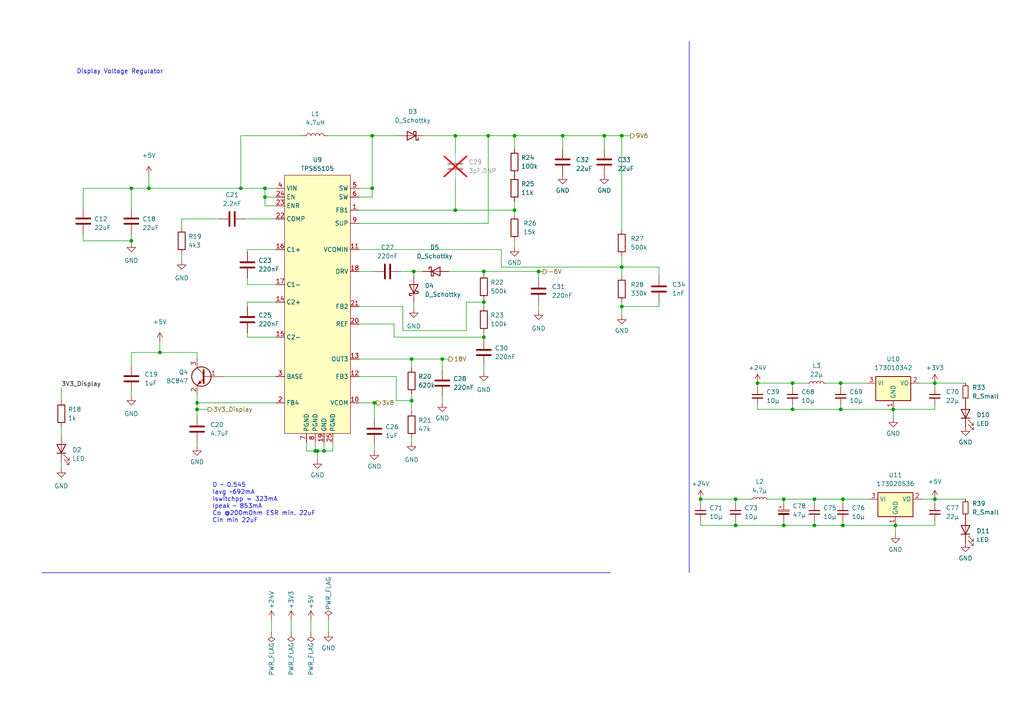
<source format=kicad_sch>
(kicad_sch (version 20231120) (generator "eeschema") (generator_version "8.0")
  (paper "A4")
  (lib_symbols
    (symbol "+5V_1" (power) (pin_numbers hide) (pin_names (offset 0) hide)
      (property "Value" "+5V" (at 0 3.556 0))
      (symbol "+5V_1_0_1"
        (polyline (pts (xy -0.762 1.27) (xy 0 2.54)))
        (polyline (pts (xy 0 0) (xy 0 2.54)))
        (polyline (pts (xy 0 2.54) (xy 0.762 1.27)))
      )
      (symbol "+5V_1_1_1"
        (pin power_in line (at 0 0 90) (length 0) (name "~") (number "1"))
      )
    )
    (symbol "Device:C" (pin_numbers hide) (pin_names (offset 0.254))
      (property "Reference" "C" (at 0.635 2.54 0))
      (property "Value" "C" (at 0.635 -2.54 0))
      (symbol "C_0_1"
        (polyline (pts (xy -2.032 -0.762) (xy 2.032 -0.762)) (stroke (width 0.508)))
        (polyline (pts (xy -2.032 0.762) (xy 2.032 0.762)) (stroke (width 0.508)))
      )
      (symbol "C_1_1"
        (pin passive line (at 0 3.81 270) (length 2.794) (name "~") (number "1"))
        (pin passive line (at 0 -3.81 90) (length 2.794) (name "~") (number "2"))
      )
    )
    (symbol "Device:C_Polarized_Small" (pin_numbers hide) (pin_names (offset 0.254) hide)
      (property "Reference" "C" (at 0.254 1.778 0))
      (property "Value" "C_Polarized_Small" (at 0.254 -2.032 0))
      (symbol "C_Polarized_Small_0_1"
        (rectangle (start -1.524 -0.3048) (end 1.524 -0.6858) (fill (type outline)))
        (rectangle (start -1.524 0.6858) (end 1.524 0.3048))
        (polyline (pts (xy -1.27 1.524) (xy -0.762 1.524)))
        (polyline (pts (xy -1.016 1.27) (xy -1.016 1.778)))
      )
      (symbol "C_Polarized_Small_1_1"
        (pin passive line (at 0 2.54 270) (length 1.8542) (name "~") (number "1"))
        (pin passive line (at 0 -2.54 90) (length 1.8542) (name "~") (number "2"))
      )
    )
    (symbol "Device:C_Small" (pin_numbers hide) (pin_names (offset 0.254) hide)
      (property "Reference" "C" (at 0.254 1.778 0))
      (property "Value" "C_Small" (at 0.254 -2.032 0))
      (symbol "C_Small_0_1"
        (polyline (pts (xy -1.524 -0.508) (xy 1.524 -0.508)) (stroke (width 0.3302)))
        (polyline (pts (xy -1.524 0.508) (xy 1.524 0.508)) (stroke (width 0.3048)))
      )
      (symbol "C_Small_1_1"
        (pin passive line (at 0 2.54 270) (length 2.032) (name "~") (number "1"))
        (pin passive line (at 0 -2.54 90) (length 2.032) (name "~") (number "2"))
      )
    )
    (symbol "Device:D_Schottky" (pin_numbers hide) (pin_names (offset 1.016) hide)
      (property "Reference" "D" (at 0 2.54 0))
      (property "Value" "D_Schottky" (at 0 -2.54 0))
      (symbol "D_Schottky_0_1"
        (polyline (pts (xy 1.27 0) (xy -1.27 0)))
        (polyline (pts (xy 1.27 1.27) (xy 1.27 -1.27) (xy -1.27 0) (xy 1.27 1.27)) (stroke (width 0.254)))
        (polyline (pts (xy -1.905 0.635) (xy -1.905 1.27) (xy -1.27 1.27) (xy -1.27 -1.27) (xy -0.635 -1.27) (xy -0.635 -0.635)) (stroke (width 0.254)))
      )
      (symbol "D_Schottky_1_1"
        (pin passive line (at -3.81 0 0) (length 2.54) (name "K") (number "1"))
        (pin passive line (at 3.81 0 180) (length 2.54) (name "A") (number "2"))
      )
    )
    (symbol "Device:L" (pin_numbers hide) (pin_names (offset 1.016) hide)
      (property "Reference" "L" (at -1.27 0 90))
      (property "Value" "L" (at 1.905 0 90))
      (symbol "L_0_1"
        (arc (start 0 -2.54) (mid 0.6323 -1.905) (end 0 -1.27))
        (arc (start 0 -1.27) (mid 0.6323 -0.635) (end 0 0))
        (arc (start 0 0) (mid 0.6323 0.635) (end 0 1.27))
        (arc (start 0 1.27) (mid 0.6323 1.905) (end 0 2.54))
      )
      (symbol "L_1_1"
        (pin passive line (at 0 3.81 270) (length 1.27) (name "1") (number "1"))
        (pin passive line (at 0 -3.81 90) (length 1.27) (name "2") (number "2"))
      )
    )
    (symbol "Device:LED" (pin_numbers hide) (pin_names (offset 1.016) hide)
      (property "Reference" "D" (at 0 2.54 0))
      (property "Value" "LED" (at 0 -2.54 0))
      (symbol "LED_0_1"
        (polyline (pts (xy -1.27 -1.27) (xy -1.27 1.27)) (stroke (width 0.254)))
        (polyline (pts (xy -1.27 0) (xy 1.27 0)))
        (polyline (pts (xy 1.27 -1.27) (xy 1.27 1.27) (xy -1.27 0) (xy 1.27 -1.27)) (stroke (width 0.254)))
        (polyline (pts (xy -3.048 -0.762) (xy -4.572 -2.286) (xy -3.81 -2.286) (xy -4.572 -2.286) (xy -4.572 -1.524)))
        (polyline (pts (xy -1.778 -0.762) (xy -3.302 -2.286) (xy -2.54 -2.286) (xy -3.302 -2.286) (xy -3.302 -1.524)))
      )
      (symbol "LED_1_1"
        (pin passive line (at -3.81 0 0) (length 2.54) (name "K") (number "1"))
        (pin passive line (at 3.81 0 180) (length 2.54) (name "A") (number "2"))
      )
    )
    (symbol "Device:L_Small" (pin_numbers hide) (pin_names (offset 0.254) hide)
      (property "Reference" "L" (at 0.762 1.016 0))
      (property "Value" "L_Small" (at 0.762 -1.016 0))
      (symbol "L_Small_0_1"
        (arc (start 0 -2.032) (mid 0.5058 -1.524) (end 0 -1.016))
        (arc (start 0 -1.016) (mid 0.5058 -0.508) (end 0 0))
        (arc (start 0 0) (mid 0.5058 0.508) (end 0 1.016))
        (arc (start 0 1.016) (mid 0.5058 1.524) (end 0 2.032))
      )
      (symbol "L_Small_1_1"
        (pin passive line (at 0 2.54 270) (length 0.508) (name "~") (number "1"))
        (pin passive line (at 0 -2.54 90) (length 0.508) (name "~") (number "2"))
      )
    )
    (symbol "Device:R" (pin_numbers hide) (pin_names (offset 0))
      (property "Reference" "R" (at 2.032 0 90))
      (property "Value" "R" (at 0 0 90))
      (symbol "R_0_1"
        (rectangle (start -1.016 -2.54) (end 1.016 2.54) (stroke (width 0.254)))
      )
      (symbol "R_1_1"
        (pin passive line (at 0 3.81 270) (length 1.27) (name "~") (number "1"))
        (pin passive line (at 0 -3.81 90) (length 1.27) (name "~") (number "2"))
      )
    )
    (symbol "Device:R_Small" (pin_numbers hide) (pin_names (offset 0.254) hide)
      (property "Reference" "R" (at 0.762 0.508 0))
      (property "Value" "R_Small" (at 0.762 -1.016 0))
      (symbol "R_Small_0_1"
        (rectangle (start -0.762 1.778) (end 0.762 -1.778) (stroke (width 0.2032)))
      )
      (symbol "R_Small_1_1"
        (pin passive line (at 0 2.54 270) (length 0.762) (name "~") (number "1"))
        (pin passive line (at 0 -2.54 90) (length 0.762) (name "~") (number "2"))
      )
    )
    (symbol "GND_1" (power) (pin_numbers hide) (pin_names (offset 0) hide)
      (property "Value" "GND" (at 0 -3.81 0))
      (symbol "GND_1_0_1"
        (polyline (pts (xy 0 0) (xy 0 -1.27) (xy 1.27 -1.27) (xy 0 -2.54) (xy -1.27 -1.27) (xy 0 -1.27)))
      )
      (symbol "GND_1_1_1"
        (pin power_in line (at 0 0 270) (length 0) (name "~") (number "1"))
      )
    )
    (symbol "Regulator_Linear:LD1117S12TR_SOT223"
      (property "Reference" "U" (at -3.81 3.175 0))
      (property "Value" "LD1117S12TR_SOT223" (at 0 3.175 0))
      (symbol "LD1117S12TR_SOT223_0_1"
        (rectangle (start -5.08 -5.08) (end 5.08 1.905) (stroke (width 0.254)) (fill (type background)))
      )
      (symbol "LD1117S12TR_SOT223_1_1"
        (pin power_in line (at 0 -7.62 90) (length 2.54) (name "GND") (number "1"))
        (pin power_out line (at 7.62 0 180) (length 2.54) (name "VO") (number "2"))
        (pin power_in line (at -7.62 0 0) (length 2.54) (name "VI") (number "3"))
      )
    )
    (symbol "TPS6510x:TPS65105"
      (property "Reference" "U" (at 0 39.37 0))
      (property "Value" "TPS65105" (at 0 41.91 0))
      (symbol "TPS65105_1_1"
        (rectangle (start -10.16 36.83) (end 8.89 -38.1) (fill (type background)))
        (pin input line (at 11.43 26.67 180) (length 2.54) (name "FB1") (number "1"))
        (pin power_out line (at 11.43 -29.21 180) (length 2.54) (name "VCOM") (number "10"))
        (pin input line (at 11.43 15.24 180) (length 2.54) (name "VCOMIN") (number "11"))
        (pin input line (at 11.43 -21.59 180) (length 2.54) (name "FB3") (number "12"))
        (pin power_out line (at 11.43 -16.51 180) (length 2.54) (name "OUT3") (number "13"))
        (pin bidirectional line (at -12.7 0 0) (length 2.54) (name "C2+") (number "14"))
        (pin bidirectional line (at -12.7 -10.16 0) (length 2.54) (name "C2-") (number "15"))
        (pin bidirectional line (at -12.7 15.24 0) (length 2.54) (name "C1+") (number "16"))
        (pin bidirectional line (at -12.7 5.08 0) (length 2.54) (name "C1-") (number "17"))
        (pin power_out line (at 11.43 8.89 180) (length 2.54) (name "DRV") (number "18"))
        (pin input line (at 1.27 -40.64 90) (length 2.54) (name "GND") (number "19"))
        (pin input line (at -12.7 -29.21 0) (length 2.54) (name "FB4") (number "2"))
        (pin input line (at 11.43 -6.35 180) (length 2.54) (name "REF") (number "20"))
        (pin input line (at 11.43 -1.27 180) (length 2.54) (name "FB2") (number "21"))
        (pin output line (at -12.7 24.13 0) (length 2.54) (name "COMP") (number "22"))
        (pin input line (at -12.7 27.94 0) (length 2.54) (name "ENR") (number "23"))
        (pin input line (at -12.7 30.48 0) (length 2.54) (name "EN") (number "24"))
        (pin input line (at 3.81 -40.64 90) (length 2.54) (name "PGND") (number "25"))
        (pin output line (at -12.7 -21.59 0) (length 2.54) (name "BASE") (number "3"))
        (pin power_in line (at -12.7 33.02 0) (length 2.54) (name "VIN") (number "4"))
        (pin input line (at 11.43 33.02 180) (length 2.54) (name "SW") (number "5"))
        (pin input line (at 11.43 30.48 180) (length 2.54) (name "SW") (number "6"))
        (pin input line (at -3.81 -40.64 90) (length 2.54) (name "PGND") (number "7"))
        (pin input line (at -1.27 -40.64 90) (length 2.54) (name "PGND") (number "8"))
        (pin input line (at 11.43 22.86 180) (length 2.54) (name "SUP") (number "9"))
      )
    )
    (symbol "Transistor_BJT:BC847" (pin_names (offset 0) hide)
      (property "Reference" "Q" (at 5.08 1.905 0))
      (property "Value" "BC847" (at 5.08 0 0))
      (symbol "BC847_0_1"
        (polyline (pts (xy 0.635 0.635) (xy 2.54 2.54)))
        (polyline (pts (xy 0.635 -0.635) (xy 2.54 -2.54) (xy 2.54 -2.54)))
        (polyline (pts (xy 0.635 1.905) (xy 0.635 -1.905) (xy 0.635 -1.905)) (stroke (width 0.508)))
        (polyline (pts (xy 1.27 -1.778) (xy 1.778 -1.27) (xy 2.286 -2.286) (xy 1.27 -1.778) (xy 1.27 -1.778)) (fill (type outline)))
        (circle (center 1.27 0) (radius 2.8194) (stroke (width 0.254)))
      )
      (symbol "BC847_1_1"
        (pin input line (at -5.08 0 0) (length 5.715) (name "B") (number "1"))
        (pin passive line (at 2.54 -5.08 90) (length 2.54) (name "E") (number "2"))
        (pin passive line (at 2.54 5.08 270) (length 2.54) (name "C") (number "3"))
      )
    )
    (symbol "power:+24V" (power) (pin_numbers hide) (pin_names (offset 0) hide)
      (property "Value" "+24V" (at 0 3.556 0))
      (symbol "+24V_0_1"
        (polyline (pts (xy -0.762 1.27) (xy 0 2.54)))
        (polyline (pts (xy 0 0) (xy 0 2.54)))
        (polyline (pts (xy 0 2.54) (xy 0.762 1.27)))
      )
      (symbol "+24V_1_1"
        (pin power_in line (at 0 0 90) (length 0) (name "~") (number "1"))
      )
    )
    (symbol "power:+3V3" (power) (pin_numbers hide) (pin_names (offset 0) hide)
      (property "Value" "+3V3" (at 0 3.556 0))
      (symbol "+3V3_0_1"
        (polyline (pts (xy -0.762 1.27) (xy 0 2.54)))
        (polyline (pts (xy 0 0) (xy 0 2.54)))
        (polyline (pts (xy 0 2.54) (xy 0.762 1.27)))
      )
      (symbol "+3V3_1_1"
        (pin power_in line (at 0 0 90) (length 0) (name "~") (number "1"))
      )
    )
    (symbol "power:+5V" (power) (pin_names (offset 0))
      (property "Value" "+5V" (at 0 3.556 0))
      (symbol "+5V_0_1"
        (polyline (pts (xy -0.762 1.27) (xy 0 2.54)))
        (polyline (pts (xy 0 0) (xy 0 2.54)))
        (polyline (pts (xy 0 2.54) (xy 0.762 1.27)))
      )
      (symbol "+5V_1_1"
        (pin power_in line (at 0 0 90) (length 0) hide (name "+5V") (number "1"))
      )
    )
    (symbol "power:GND" (power) (pin_names (offset 0))
      (property "Value" "GND" (at 0 -3.81 0))
      (symbol "GND_0_1"
        (polyline (pts (xy 0 0) (xy 0 -1.27) (xy 1.27 -1.27) (xy 0 -2.54) (xy -1.27 -1.27) (xy 0 -1.27)))
      )
      (symbol "GND_1_1"
        (pin power_in line (at 0 0 270) (length 0) hide (name "GND") (number "1"))
      )
    )
    (symbol "power:PWR_FLAG" (power) (pin_numbers hide) (pin_names (offset 0) hide)
      (property "Value" "PWR_FLAG" (at 0 3.81 0))
      (symbol "PWR_FLAG_0_0"
        (pin power_out line (at 0 0 90) (length 0) (name "~") (number "1"))
      )
      (symbol "PWR_FLAG_0_1"
        (polyline (pts (xy 0 0) (xy 0 1.27) (xy -1.016 1.905) (xy 0 2.54) (xy 1.016 1.905) (xy 0 1.27)))
      )
    )
  )
  (junction (at 119.38 116.205))
  (junction (at 259.08 118.745))
  (junction (at 227.33 144.78))
  (junction (at 236.22 152.4))
  (junction (at 180.34 88.9))
  (junction (at 156.21 78.74))
  (junction (at 244.475 144.78))
  (junction (at 128.27 104.14))
  (junction (at 213.36 144.78))
  (junction (at 243.84 111.125))
  (junction (at 180.34 39.37))
  (junction (at 149.225 39.37))
  (junction (at 163.195 39.37))
  (junction (at 92.075 130.81))
  (junction (at 271.145 111.125))
  (junction (at 203.2 144.78))
  (junction (at 57.15 116.84))
  (junction (at 38.1 69.85))
  (junction (at 244.475 152.4))
  (junction (at 141.605 39.37))
  (junction (at 236.22 144.78))
  (junction (at 140.335 78.74))
  (junction (at 107.95 39.37))
  (junction (at 229.87 111.125))
  (junction (at 243.84 118.745))
  (junction (at 229.87 118.745))
  (junction (at 140.335 97.79))
  (junction (at 107.95 54.61))
  (junction (at 132.08 39.37))
  (junction (at 271.145 144.78))
  (junction (at 57.15 118.745))
  (junction (at 120.015 78.74))
  (junction (at 227.33 152.4))
  (junction (at 76.835 54.61))
  (junction (at 43.18 54.61))
  (junction (at 119.38 104.14))
  (junction (at 132.08 60.96))
  (junction (at 180.34 77.47))
  (junction (at 140.335 87.63))
  (junction (at 38.1 54.61))
  (junction (at 213.36 152.4))
  (junction (at 259.715 152.4))
  (junction (at 76.835 57.15))
  (junction (at 69.85 54.61))
  (junction (at 108.585 116.84))
  (junction (at 46.355 102.235))
  (junction (at 149.225 60.96))
  (junction (at 219.71 111.125))
  (junction (at 93.98 130.81))
  (junction (at 91.44 130.81))
  (junction (at 175.26 39.37))
  (wire (pts (xy 119.38 128.27) (xy 119.38 127)))
  (wire (pts (xy 57.15 118.745) (xy 57.15 120.65)))
  (wire (pts (xy 140.335 97.79) (xy 140.335 98.425)))
  (wire (pts (xy 52.705 73.66) (xy 52.705 75.565)))
  (wire (pts (xy 130.175 78.74) (xy 140.335 78.74)))
  (wire (pts (xy 114.3 93.98) (xy 114.3 97.79)))
  (wire (pts (xy 76.835 59.69) (xy 76.835 57.15)))
  (wire (pts (xy 119.38 104.14) (xy 119.38 106.68)))
  (wire (pts (xy 156.21 78.74) (xy 157.48 78.74)))
  (wire (pts (xy 219.71 111.125) (xy 219.71 112.395)))
  (wire (pts (xy 104.14 104.14) (xy 119.38 104.14)))
  (wire (pts (xy 87.63 39.37) (xy 69.85 39.37)))
  (wire (pts (xy 17.78 133.985) (xy 17.78 135.89)))
  (wire (pts (xy 84.455 179.705) (xy 84.455 183.515)))
  (wire (pts (xy 180.34 74.295) (xy 180.34 77.47)))
  (wire (pts (xy 271.145 151.13) (xy 271.145 152.4)))
  (wire (pts (xy 149.225 60.96) (xy 149.225 62.23)))
  (wire (pts (xy 140.335 78.74) (xy 156.21 78.74)))
  (wire (pts (xy 219.71 111.125) (xy 229.87 111.125)))
  (wire (pts (xy 271.145 152.4) (xy 259.715 152.4)))
  (wire (pts (xy 107.95 57.15) (xy 107.95 54.61)))
  (wire (pts (xy 91.44 128.27) (xy 91.44 130.81)))
  (wire (pts (xy 119.38 114.3) (xy 119.38 116.205)))
  (wire (pts (xy 57.15 114.3) (xy 57.15 116.84)))
  (wire (pts (xy 93.98 130.81) (xy 96.52 130.81)))
  (wire (pts (xy 71.755 72.39) (xy 80.01 72.39)))
  (wire (pts (xy 132.08 52.07) (xy 132.08 60.96)))
  (wire (pts (xy 191.135 80.01) (xy 191.135 77.47)))
  (wire (pts (xy 243.84 118.745) (xy 259.08 118.745)))
  (wire (pts (xy 104.14 78.74) (xy 108.585 78.74)))
  (wire (pts (xy 266.7 111.125) (xy 271.145 111.125)))
  (wire (pts (xy 145.415 72.39) (xy 145.415 77.47)))
  (wire (pts (xy 271.145 111.125) (xy 271.145 112.395)))
  (wire (pts (xy 38.1 69.85) (xy 38.1 70.485)))
  (wire (pts (xy 219.71 118.745) (xy 229.87 118.745)))
  (wire (pts (xy 203.2 144.78) (xy 203.2 146.05)))
  (wire (pts (xy 229.87 111.125) (xy 234.315 111.125)))
  (wire (pts (xy 191.135 88.9) (xy 191.135 87.63)))
  (wire (pts (xy 180.34 88.9) (xy 180.34 91.44)))
  (wire (pts (xy 90.17 179.705) (xy 90.17 183.515)))
  (wire (pts (xy 57.15 128.27) (xy 57.15 129.54)))
  (wire (pts (xy 135.255 87.63) (xy 140.335 87.63)))
  (wire (pts (xy 92.075 130.81) (xy 93.98 130.81)))
  (wire (pts (xy 104.14 93.98) (xy 114.3 93.98)))
  (wire (pts (xy 132.08 39.37) (xy 141.605 39.37)))
  (wire (pts (xy 156.21 78.74) (xy 156.21 80.645)))
  (wire (pts (xy 244.475 152.4) (xy 259.715 152.4)))
  (wire (pts (xy 24.13 67.945) (xy 24.13 69.85)))
  (wire (pts (xy 38.1 60.325) (xy 38.1 54.61)))
  (wire (pts (xy 239.395 111.125) (xy 243.84 111.125)))
  (wire (pts (xy 57.15 116.84) (xy 57.15 118.745)))
  (wire (pts (xy 191.135 77.47) (xy 180.34 77.47)))
  (wire (pts (xy 104.14 64.77) (xy 141.605 64.77)))
  (wire (pts (xy 108.585 128.905) (xy 108.585 130.81)))
  (wire (pts (xy 140.335 87.63) (xy 140.335 88.9)))
  (wire (pts (xy 24.13 60.325) (xy 24.13 54.61)))
  (wire (pts (xy 149.225 39.37) (xy 149.225 43.18)))
  (wire (pts (xy 108.585 116.84) (xy 109.22 116.84)))
  (wire (pts (xy 46.355 99.06) (xy 46.355 102.235)))
  (wire (pts (xy 64.77 109.22) (xy 80.01 109.22)))
  (wire (pts (xy 93.98 128.27) (xy 93.98 130.81)))
  (wire (pts (xy 120.015 87.63) (xy 120.015 89.535)))
  (wire (pts (xy 149.225 39.37) (xy 163.195 39.37)))
  (wire (pts (xy 259.715 152.4) (xy 259.715 154.94)))
  (wire (pts (xy 243.84 111.125) (xy 251.46 111.125)))
  (wire (pts (xy 222.885 144.78) (xy 227.33 144.78)))
  (wire (pts (xy 24.13 54.61) (xy 38.1 54.61)))
  (wire (pts (xy 244.475 144.78) (xy 244.475 146.05)))
  (wire (pts (xy 71.12 63.5) (xy 80.01 63.5)))
  (wire (pts (xy 163.195 39.37) (xy 175.26 39.37)))
  (wire (pts (xy 244.475 151.13) (xy 244.475 152.4)))
  (wire (pts (xy 71.755 87.63) (xy 80.01 87.63)))
  (wire (pts (xy 119.38 116.205) (xy 114.935 116.205)))
  (wire (pts (xy 52.705 63.5) (xy 52.705 66.04)))
  (wire (pts (xy 141.605 39.37) (xy 149.225 39.37)))
  (wire (pts (xy 71.755 73.025) (xy 71.755 72.39)))
  (wire (pts (xy 80.01 54.61) (xy 76.835 54.61)))
  (wire (pts (xy 104.14 57.15) (xy 107.95 57.15)))
  (wire (pts (xy 229.87 117.475) (xy 229.87 118.745)))
  (wire (pts (xy 243.84 111.125) (xy 243.84 112.395)))
  (wire (pts (xy 76.835 54.61) (xy 76.835 57.15)))
  (wire (pts (xy 141.605 64.77) (xy 141.605 39.37)))
  (wire (pts (xy 108.585 116.84) (xy 104.14 116.84)))
  (wire (pts (xy 175.26 39.37) (xy 175.26 43.18)))
  (wire (pts (xy 236.22 144.78) (xy 244.475 144.78)))
  (wire (pts (xy 259.08 118.745) (xy 259.08 121.285)))
  (wire (pts (xy 71.755 97.79) (xy 71.755 96.52)))
  (wire (pts (xy 163.195 39.37) (xy 163.195 43.18)))
  (wire (pts (xy 236.22 152.4) (xy 244.475 152.4)))
  (wire (pts (xy 271.145 144.78) (xy 271.145 146.05)))
  (wire (pts (xy 80.01 97.79) (xy 71.755 97.79)))
  (wire (pts (xy 108.585 121.285) (xy 108.585 116.84)))
  (wire (pts (xy 140.335 86.995) (xy 140.335 87.63)))
  (wire (pts (xy 180.34 77.47) (xy 180.34 80.01)))
  (wire (pts (xy 140.335 106.045) (xy 140.335 107.95)))
  (wire (pts (xy 227.33 152.4) (xy 236.22 152.4)))
  (wire (pts (xy 80.01 82.55) (xy 71.755 82.55)))
  (wire (pts (xy 80.01 59.69) (xy 76.835 59.69)))
  (wire (pts (xy 88.9 130.81) (xy 88.9 128.27)))
  (wire (pts (xy 38.1 113.665) (xy 38.1 114.935)))
  (wire (pts (xy 180.34 39.37) (xy 182.88 39.37)))
  (wire (pts (xy 96.52 130.81) (xy 96.52 128.27)))
  (wire (pts (xy 95.25 39.37) (xy 107.95 39.37)))
  (wire (pts (xy 60.325 118.745) (xy 57.15 118.745)))
  (wire (pts (xy 213.36 144.78) (xy 217.805 144.78)))
  (wire (pts (xy 119.38 116.205) (xy 119.38 119.38)))
  (wire (pts (xy 203.2 151.13) (xy 203.2 152.4)))
  (wire (pts (xy 203.2 152.4) (xy 213.36 152.4)))
  (wire (pts (xy 120.015 78.74) (xy 120.015 80.01)))
  (wire (pts (xy 116.205 78.74) (xy 120.015 78.74)))
  (wire (pts (xy 104.14 109.22) (xy 114.935 109.22)))
  (wire (pts (xy 213.36 144.78) (xy 213.36 146.05)))
  (wire (pts (xy 203.2 144.78) (xy 213.36 144.78)))
  (wire (pts (xy 236.22 144.78) (xy 236.22 146.05)))
  (wire (pts (xy 78.74 179.705) (xy 78.74 183.515)))
  (wire (pts (xy 38.1 102.235) (xy 46.355 102.235)))
  (wire (pts (xy 140.335 96.52) (xy 140.335 97.79)))
  (wire (pts (xy 149.225 58.42) (xy 149.225 60.96)))
  (wire (pts (xy 116.84 95.885) (xy 116.84 88.9)))
  (wire (pts (xy 227.33 151.13) (xy 227.33 152.4)))
  (wire (pts (xy 227.33 144.78) (xy 236.22 144.78)))
  (wire (pts (xy 43.18 54.61) (xy 69.85 54.61)))
  (wire (pts (xy 116.84 88.9) (xy 104.14 88.9)))
  (wire (pts (xy 135.255 95.885) (xy 135.255 87.63)))
  (wire (pts (xy 107.95 54.61) (xy 104.14 54.61)))
  (wire (pts (xy 116.84 95.885) (xy 135.255 95.885)))
  (wire (pts (xy 17.78 112.395) (xy 17.78 116.205)))
  (wire (pts (xy 132.08 60.96) (xy 149.225 60.96)))
  (wire (pts (xy 107.95 39.37) (xy 115.57 39.37)))
  (wire (pts (xy 229.87 111.125) (xy 229.87 112.395)))
  (wire (pts (xy 140.335 78.74) (xy 140.335 79.375)))
  (wire (pts (xy 119.38 104.14) (xy 128.27 104.14)))
  (wire (pts (xy 271.145 111.125) (xy 280.035 111.125)))
  (wire (pts (xy 132.08 39.37) (xy 132.08 44.45)))
  (wire (pts (xy 149.225 69.85) (xy 149.225 71.755)))
  (wire (pts (xy 38.1 54.61) (xy 43.18 54.61)))
  (wire (pts (xy 123.19 39.37) (xy 132.08 39.37)))
  (wire (pts (xy 120.015 78.74) (xy 122.555 78.74)))
  (wire (pts (xy 271.145 144.78) (xy 280.035 144.78)))
  (wire (pts (xy 76.835 57.15) (xy 80.01 57.15)))
  (wire (pts (xy 57.15 102.235) (xy 57.15 104.14)))
  (wire (pts (xy 114.935 116.205) (xy 114.935 109.22)))
  (wire (pts (xy 107.95 39.37) (xy 107.95 54.61)))
  (wire (pts (xy 128.27 104.14) (xy 130.175 104.14)))
  (wire (pts (xy 69.85 39.37) (xy 69.85 54.61)))
  (wire (pts (xy 229.87 118.745) (xy 243.84 118.745)))
  (wire (pts (xy 88.9 130.81) (xy 91.44 130.81)))
  (wire (pts (xy 267.335 144.78) (xy 271.145 144.78)))
  (wire (pts (xy 128.27 107.315) (xy 128.27 104.14)))
  (wire (pts (xy 227.33 144.78) (xy 227.33 146.05)))
  (wire (pts (xy 219.71 117.475) (xy 219.71 118.745)))
  (wire (pts (xy 213.36 151.13) (xy 213.36 152.4)))
  (wire (pts (xy 236.22 151.13) (xy 236.22 152.4)))
  (wire (pts (xy 180.34 88.9) (xy 191.135 88.9)))
  (wire (pts (xy 243.84 117.475) (xy 243.84 118.745)))
  (wire (pts (xy 17.78 123.825) (xy 17.78 126.365)))
  (wire (pts (xy 145.415 77.47) (xy 180.34 77.47)))
  (wire (pts (xy 24.13 69.85) (xy 38.1 69.85)))
  (wire (pts (xy 175.26 39.37) (xy 180.34 39.37)))
  (wire (pts (xy 180.34 66.675) (xy 180.34 39.37)))
  (wire (pts (xy 95.25 179.705) (xy 95.25 183.515)))
  (polyline (pts (xy 199.898 12.065) (xy 199.898 166.116)))
  (wire (pts (xy 259.08 118.745) (xy 271.145 118.745)))
  (wire (pts (xy 271.145 117.475) (xy 271.145 118.745)))
  (wire (pts (xy 46.355 102.235) (xy 57.15 102.235)))
  (wire (pts (xy 91.44 130.81) (xy 92.075 130.81)))
  (wire (pts (xy 244.475 144.78) (xy 252.095 144.78)))
  (wire (pts (xy 92.075 133.35) (xy 92.075 130.81)))
  (wire (pts (xy 71.755 80.645) (xy 71.755 82.55)))
  (polyline (pts (xy 177.038 166.116) (xy 12.192 166.116)))
  (wire (pts (xy 38.1 67.945) (xy 38.1 69.85)))
  (wire (pts (xy 43.18 50.8) (xy 43.18 54.61)))
  (wire (pts (xy 104.14 72.39) (xy 145.415 72.39)))
  (wire (pts (xy 156.21 88.265) (xy 156.21 90.17)))
  (wire (pts (xy 140.335 97.79) (xy 114.3 97.79)))
  (wire (pts (xy 128.27 114.935) (xy 128.27 116.84)))
  (wire (pts (xy 38.1 106.045) (xy 38.1 102.235)))
  (wire (pts (xy 63.5 63.5) (xy 52.705 63.5)))
  (wire (pts (xy 104.14 60.96) (xy 132.08 60.96)))
  (wire (pts (xy 69.85 54.61) (xy 76.835 54.61)))
  (wire (pts (xy 180.34 87.63) (xy 180.34 88.9)))
  (wire (pts (xy 213.36 152.4) (xy 227.33 152.4)))
  (wire (pts (xy 71.755 88.9) (xy 71.755 87.63)))
  (wire (pts (xy 80.01 116.84) (xy 57.15 116.84)))
  (text "Display Voltage Regulator" (at 22.225 21.59 0) (effects (font (size 1.27 1.27)) (justify left bottom)))
  (text "D ~ 0.545\nIavg ~692mA\nIswitchpp = 323mA\nIpeak ~ 853mA\nCo @200mOhm ESR min. 22uF\nCin min 22uF" (at 61.595 151.765 0) (effects (font (size 1.27 1.27)) (justify left bottom)))
  (label "3V3_Display" (at 17.78 112.395 0))
  (hierarchical_label "-6V" (shape output) (at 157.48 78.74 0))
  (hierarchical_label "3V8" (shape output) (at 109.22 116.84 0))
  (hierarchical_label "9V6" (shape output) (at 182.88 39.37 0))
  (hierarchical_label "18V" (shape output) (at 130.175 104.14 0))
  (hierarchical_label "3V3_Display" (shape output) (at 60.325 118.745 0))
  (symbol (lib_name "GND_1") (lib_id "power:GND") (at 259.08 121.285 0) (unit 1)
    (property "Reference" "#PWR0109" (effects (hide yes)))
    (property "Value" "GND" (at 259.08 125.73 0))
    (property "Description" "Power symbol creates a global label with name \"GND\" , ground" (effects (hide yes)))
  )
  (symbol (lib_id "power:GND") (at 156.21 90.17 0) (unit 1)
    (property "Reference" "#PWR059" (effects (hide yes)))
    (property "Value" "GND" (at 156.21 95.25 0))
  )
  (symbol (lib_id "Device:R") (at 140.335 92.71 0) (unit 1)
    (property "Reference" "R23" (at 142.24 91.4399 0) (effects (justify left)))
    (property "Value" "100k" (at 142.24 93.9799 0) (effects (justify left)))
    (property "Footprint" "Resistor_SMD:R_0603_1608Metric" (effects (hide yes)))
  )
  (symbol (lib_id "power:PWR_FLAG") (at 78.74 183.515 180) (unit 1)
    (property "Reference" "#FLG01" (effects (hide yes)))
    (property "Value" "PWR_FLAG" (at 78.74 191.135 90))
    (property "Description" "Special symbol for telling ERC where power comes from" (effects (hide yes)))
  )
  (symbol (lib_id "power:+3V3") (at 84.455 179.705 0) (unit 1)
    (property "Reference" "#PWR0123" (effects (hide yes)))
    (property "Value" "+3V3" (at 84.455 173.99 90))
    (property "Description" "Power symbol creates a global label with name \"+3V3\"" (effects (hide yes)))
  )
  (symbol (lib_id "Device:C") (at 38.1 64.135 0) (unit 1)
    (property "Reference" "C18" (at 41.275 63.5 0) (effects (justify left)))
    (property "Value" "22uF" (at 41.275 66.04 0) (effects (justify left)))
    (property "Footprint" "Capacitor_SMD:C_1206_3216Metric" (effects (hide yes)))
  )
  (symbol (lib_id "Device:C_Small") (at 219.71 114.935 0) (unit 1)
    (property "Reference" "C39" (at 222.25 113.6712 0) (effects (justify left)))
    (property "Value" "10µ" (at 222.25 116.2112 0) (effects (justify left)))
    (property "Footprint" "Capacitor_SMD:C_1206_3216Metric" (effects (hide yes)))
    (property "Description" "Unpolarized capacitor, X5R" (effects (hide yes)))
  )
  (symbol (lib_id "Device:C") (at 128.27 111.125 0) (unit 1)
    (property "Reference" "C28" (at 131.445 109.8549 0) (effects (justify left)))
    (property "Value" "220nF" (at 131.445 112.3949 0) (effects (justify left)))
    (property "Footprint" "Capacitor_SMD:C_0603_1608Metric" (effects (hide yes)))
  )
  (symbol (lib_id "Device:C") (at 67.31 63.5 270) (unit 1)
    (property "Reference" "C21" (at 67.31 56.515 90))
    (property "Value" "2.2nF" (at 67.31 59.055 90))
    (property "Footprint" "Capacitor_SMD:C_0603_1608Metric" (effects (hide yes)))
  )
  (symbol (lib_id "power:PWR_FLAG") (at 84.455 183.515 180) (unit 1)
    (property "Reference" "#FLG02" (effects (hide yes)))
    (property "Value" "PWR_FLAG" (at 84.455 191.135 90))
    (property "Description" "Special symbol for telling ERC where power comes from" (effects (hide yes)))
  )
  (symbol (lib_id "power:GND") (at 149.225 71.755 0) (unit 1)
    (property "Reference" "#PWR058" (effects (hide yes)))
    (property "Value" "GND" (at 149.225 76.2 0))
  )
  (symbol (lib_id "power:+3V3") (at 271.145 111.125 0) (unit 1)
    (property "Reference" "#PWR0105" (effects (hide yes)))
    (property "Value" "+3V3" (at 271.145 106.68 0))
    (property "Description" "Power symbol creates a global label with name \"+3V3\"" (effects (hide yes)))
  )
  (symbol (lib_id "power:GND") (at 17.78 135.89 0) (unit 1)
    (property "Reference" "#PWR035" (effects (hide yes)))
    (property "Value" "GND" (at 17.78 140.97 0))
  )
  (symbol (lib_id "Device:L_Small") (at 220.345 144.78 90) (unit 1)
    (property "Reference" "L2" (at 220.345 139.7 90))
    (property "Value" "4.7µ" (at 220.345 142.24 90))
    (property "Description" "Inductor, small symbol" (effects (hide yes)))
  )
  (symbol (lib_name "+5V_1") (lib_id "power:+5V") (at 271.145 144.78 0) (unit 1)
    (property "Reference" "#PWR0108" (effects (hide yes)))
    (property "Value" "+5V" (at 271.145 139.7 0))
    (property "Description" "Power symbol creates a global label with name \"+5V\"" (effects (hide yes)))
  )
  (symbol (lib_id "Device:R") (at 17.78 120.015 0) (unit 1)
    (property "Reference" "R18" (at 19.685 118.7449 0) (effects (justify left)))
    (property "Value" "1k" (at 19.685 121.2849 0) (effects (justify left)))
    (property "Footprint" "Resistor_SMD:R_0603_1608Metric" (effects (hide yes)))
  )
  (symbol (lib_id "Device:L") (at 91.44 39.37 90) (unit 1)
    (property "Reference" "L1" (at 91.44 33.02 90))
    (property "Value" "4.7uH" (at 91.44 35.56 90))
    (property "Footprint" "Inductor_SMD:L_Bourns-SRN6028" (effects (hide yes)))
  )
  (symbol (lib_id "Device:R") (at 140.335 83.185 0) (unit 1)
    (property "Reference" "R22" (at 142.24 81.9149 0) (effects (justify left)))
    (property "Value" "500k" (at 142.24 84.4549 0) (effects (justify left)))
    (property "Footprint" "Resistor_SMD:R_0603_1608Metric" (effects (hide yes)))
  )
  (symbol (lib_id "Device:D_Schottky") (at 120.015 83.82 90) (unit 1)
    (property "Reference" "D4" (at 123.19 82.8674 90) (effects (justify right)))
    (property "Value" "D_Schottky" (at 123.19 85.4074 90) (effects (justify right)))
    (property "Footprint" "Diode_SMD:D_SMA" (effects (hide yes)))
  )
  (symbol (lib_id "Device:C_Small") (at 243.84 114.935 0) (unit 1)
    (property "Reference" "C69" (at 246.38 113.6712 0) (effects (justify left)))
    (property "Value" "10µ" (at 246.38 116.2112 0) (effects (justify left)))
    (property "Footprint" "Capacitor_SMD:C_1206_3216Metric" (effects (hide yes)))
    (property "Description" "Unpolarized capacitor, X5R" (effects (hide yes)))
  )
  (symbol (lib_id "Device:C") (at 108.585 125.095 0) (unit 1)
    (property "Reference" "C26" (at 111.76 123.8249 0) (effects (justify left)))
    (property "Value" "1uF" (at 111.76 126.3649 0) (effects (justify left)))
    (property "Footprint" "Capacitor_SMD:C_0603_1608Metric" (effects (hide yes)))
  )
  (symbol (lib_id "Device:D_Schottky") (at 119.38 39.37 180) (unit 1)
    (property "Reference" "D3" (at 119.6975 32.385 0))
    (property "Value" "D_Schottky" (at 119.6975 34.925 0))
    (property "Footprint" "Diode_SMD:D_SMA" (effects (hide yes)))
  )
  (symbol (lib_id "Device:LED") (at 280.035 153.67 90) (unit 1)
    (property "Reference" "D11" (at 283.21 153.9874 90) (effects (justify right)))
    (property "Value" "LED" (at 283.21 156.5274 90) (effects (justify right)))
    (property "Description" "Light emitting diode" (effects (hide yes)))
  )
  (symbol (lib_id "power:GND") (at 120.015 89.535 0) (unit 1)
    (property "Reference" "#PWR055" (effects (hide yes)))
    (property "Value" "GND" (at 120.015 94.615 0))
  )
  (symbol (lib_id "power:GND") (at 38.1 70.485 0) (unit 1)
    (property "Reference" "#PWR037" (effects (hide yes)))
    (property "Value" "GND" (at 38.1 75.565 0))
  )
  (symbol (lib_id "TPS6510x:TPS65105") (at 92.71 87.63 0) (unit 1)
    (property "Reference" "U9" (at 92.075 46.355 0))
    (property "Value" "TPS65105" (at 92.075 48.895 0))
    (property "Footprint" "Package_SO:HTSSOP-24-1EP_4.4x7.8mm_P0.65mm_EP3.4x7.8mm_Mask2.4x4.68mm" (effects (hide yes)))
    (property "Datasheet" "https://www.ti.com/lit/ds/symlink/tps65101.pdf?HQS=dis-mous-null-mousermode-dsf-pf-null-wwe&ts=1672757737464&ref_url=https%253A%252F%252Fwww.mouser.co.uk%252F" (effects (hide yes)))
  )
  (symbol (lib_name "GND_1") (lib_id "power:GND") (at 280.035 157.48 0) (unit 1)
    (property "Reference" "#PWR0121" (effects (hide yes)))
    (property "Value" "GND" (at 280.035 161.925 0))
    (property "Description" "Power symbol creates a global label with name \"GND\" , ground" (effects (hide yes)))
  )
  (symbol (lib_id "Regulator_Linear:LD1117S12TR_SOT223") (at 259.08 111.125 0) (unit 1)
    (property "Reference" "U10" (at 259.08 104.14 0))
    (property "Value" "173010342" (at 259.08 106.68 0))
    (property "Footprint" "Package_TO_SOT_SMD:SOT-223-3_TabPin2" (effects (hide yes)))
    (property "Datasheet" "https://www.we-online.com/components/products/datasheet/173010342.pdf" (effects (hide yes)))
    (property "Description" "800mA Fixed Low Drop Positive Voltage Regulator, Fixed Output 1.2V, SOT-223" (effects (hide yes)))
  )
  (symbol (lib_name "+5V_1") (lib_id "power:+5V") (at 90.17 179.705 0) (unit 1)
    (property "Reference" "#PWR0124" (effects (hide yes)))
    (property "Value" "+5V" (at 90.17 174.625 90))
    (property "Description" "Power symbol creates a global label with name \"+5V\"" (effects (hide yes)))
  )
  (symbol (lib_name "GND_1") (lib_id "power:GND") (at 280.035 123.825 0) (unit 1)
    (property "Reference" "#PWR0120" (effects (hide yes)))
    (property "Value" "GND" (at 280.035 128.27 0))
    (property "Description" "Power symbol creates a global label with name \"GND\" , ground" (effects (hide yes)))
  )
  (symbol (lib_id "power:+5V") (at 43.18 50.8 0) (unit 1)
    (property "Reference" "#PWR048" (effects (hide yes)))
    (property "Value" "+5V" (at 43.18 45.085 0))
  )
  (symbol (lib_id "Device:C") (at 112.395 78.74 90) (unit 1)
    (property "Reference" "C27" (at 112.395 71.755 90))
    (property "Value" "220nF" (at 112.395 74.295 90))
    (property "Footprint" "Capacitor_SMD:C_0603_1608Metric" (effects (hide yes)))
  )
  (symbol (lib_id "Regulator_Linear:LD1117S12TR_SOT223") (at 259.715 144.78 0) (unit 1)
    (property "Reference" "U11" (at 259.715 137.795 0))
    (property "Value" "173020536" (at 259.715 140.335 0))
    (property "Footprint" "Package_TO_SOT_SMD:SOT-223-3_TabPin2" (effects (hide yes)))
    (property "Datasheet" "https://www.we-online.com/components/products/datasheet/173020536.pdf" (effects (hide yes)))
    (property "Description" "800mA Fixed Low Drop Positive Voltage Regulator, Fixed Output 1.2V, SOT-223" (effects (hide yes)))
  )
  (symbol (lib_id "Device:C") (at 71.755 92.71 0) (unit 1)
    (property "Reference" "C25" (at 74.93 91.4399 0) (effects (justify left)))
    (property "Value" "220nF" (at 74.93 93.9799 0) (effects (justify left)))
    (property "Footprint" "Capacitor_SMD:C_0603_1608Metric" (effects (hide yes)))
  )
  (symbol (lib_id "Device:R_Small") (at 280.035 113.665 0) (unit 1)
    (property "Reference" "R33" (at 281.94 112.3949 0) (effects (justify left)))
    (property "Value" "R_Small" (at 281.94 114.9349 0) (effects (justify left)))
    (property "Description" "Resistor, small symbol" (effects (hide yes)))
  )
  (symbol (lib_id "power:GND") (at 175.26 50.8 0) (unit 1)
    (property "Reference" "#PWR062" (effects (hide yes)))
    (property "Value" "GND" (at 175.26 55.245 0))
  )
  (symbol (lib_id "Device:C_Small") (at 203.2 148.59 0) (unit 1)
    (property "Reference" "C71" (at 205.74 147.3262 0) (effects (justify left)))
    (property "Value" "10µ" (at 205.74 149.8662 0) (effects (justify left)))
    (property "Footprint" "Capacitor_SMD:C_1206_3216Metric" (effects (hide yes)))
    (property "Description" "Unpolarized capacitor, X5R" (effects (hide yes)))
  )
  (symbol (lib_id "power:GND") (at 119.38 128.27 0) (unit 1)
    (property "Reference" "#PWR054" (effects (hide yes)))
    (property "Value" "GND" (at 119.38 133.35 0))
  )
  (symbol (lib_id "power:GND") (at 163.195 50.8 0) (unit 1)
    (property "Reference" "#PWR060" (effects (hide yes)))
    (property "Value" "GND" (at 163.195 55.245 0))
  )
  (symbol (lib_id "Device:C_Small") (at 213.36 148.59 0) (unit 1)
    (property "Reference" "C73" (at 215.9 147.3262 0) (effects (justify left)))
    (property "Value" "10µ" (at 215.9 149.8662 0) (effects (justify left)))
    (property "Footprint" "Capacitor_SMD:C_1206_3216Metric" (effects (hide yes)))
    (property "Description" "Unpolarized capacitor, X5R" (effects (hide yes)))
  )
  (symbol (lib_id "Transistor_BJT:BC847") (at 59.69 109.22 0) (mirror y) (unit 1)
    (property "Reference" "Q4" (at 54.61 107.9499 0) (effects (justify left)))
    (property "Value" "BC847" (at 54.61 110.4899 0) (effects (justify left)))
    (property "Footprint" "Package_TO_SOT_SMD:SOT-23" (effects (hide yes)))
    (property "Datasheet" "http://www.infineon.com/dgdl/Infineon-BC847SERIES_BC848SERIES_BC849SERIES_BC850SERIES-DS-v01_01-en.pdf?fileId=db3a304314dca389011541d4630a1657" (effects (hide yes)))
  )
  (symbol (lib_id "Device:C") (at 132.08 48.26 0) (unit 1) (dnp yes)
    (property "Reference" "C29" (at 135.89 46.9899 0) (effects (justify left)))
    (property "Value" "3pF,DNP" (at 135.89 49.5299 0) (effects (justify left)))
    (property "Footprint" "Capacitor_SMD:C_0603_1608Metric" (effects (hide yes)))
  )
  (symbol (lib_id "Device:C_Polarized_Small") (at 227.33 148.59 0) (unit 1)
    (property "Reference" "C78" (at 229.87 146.7738 0) (effects (justify left)))
    (property "Value" "47µ" (at 229.87 149.3138 0) (effects (justify left)))
    (property "Description" "Polarized capacitor, small symbol" (effects (hide yes)))
  )
  (symbol (lib_id "power:GND") (at 52.705 75.565 0) (unit 1)
    (property "Reference" "#PWR050" (effects (hide yes)))
    (property "Value" "GND" (at 52.705 80.645 0))
  )
  (symbol (lib_id "power:+24V") (at 219.71 111.125 0) (unit 1)
    (property "Reference" "#PWR0106" (effects (hide yes)))
    (property "Value" "+24V" (at 219.71 106.68 0))
    (property "Description" "Power symbol creates a global label with name \"+24V\"" (effects (hide yes)))
  )
  (symbol (lib_id "Device:R") (at 180.34 70.485 0) (unit 1)
    (property "Reference" "R27" (at 182.88 69.2149 0) (effects (justify left)))
    (property "Value" "500k" (at 182.88 71.7549 0) (effects (justify left)))
    (property "Footprint" "Resistor_SMD:R_0603_1608Metric" (effects (hide yes)))
  )
  (symbol (lib_id "power:GND") (at 108.585 130.81 0) (unit 1)
    (property "Reference" "#PWR053" (effects (hide yes)))
    (property "Value" "GND" (at 108.585 135.255 0))
  )
  (symbol (lib_id "Device:R_Small") (at 280.035 147.32 0) (unit 1)
    (property "Reference" "R39" (at 281.94 146.0499 0) (effects (justify left)))
    (property "Value" "R_Small" (at 281.94 148.5899 0) (effects (justify left)))
    (property "Description" "Resistor, small symbol" (effects (hide yes)))
  )
  (symbol (lib_id "Device:D_Schottky") (at 126.365 78.74 0) (unit 1)
    (property "Reference" "D5" (at 126.0475 71.755 0))
    (property "Value" "D_Schottky" (at 126.0475 74.295 0))
    (property "Footprint" "Diode_SMD:D_SMA" (effects (hide yes)))
  )
  (symbol (lib_id "Device:C") (at 140.335 102.235 0) (unit 1)
    (property "Reference" "C30" (at 143.51 100.9649 0) (effects (justify left)))
    (property "Value" "220nF" (at 143.51 103.5049 0) (effects (justify left)))
    (property "Footprint" "Capacitor_SMD:C_0603_1608Metric" (effects (hide yes)))
  )
  (symbol (lib_id "Device:C") (at 156.21 84.455 0) (unit 1)
    (property "Reference" "C31" (at 160.02 83.1849 0) (effects (justify left)))
    (property "Value" "220nF" (at 160.02 85.7249 0) (effects (justify left)))
    (property "Footprint" "Capacitor_SMD:C_0603_1608Metric" (effects (hide yes)))
  )
  (symbol (lib_id "Device:C_Small") (at 271.145 148.59 0) (unit 1)
    (property "Reference" "C77" (at 274.32 147.3262 0) (effects (justify left)))
    (property "Value" "22µ" (at 274.32 149.8662 0) (effects (justify left)))
    (property "Footprint" "Capacitor_SMD:C_1206_3216Metric" (effects (hide yes)))
    (property "Description" "Unpolarized capacitor, X5R" (effects (hide yes)))
  )
  (symbol (lib_id "Device:C_Small") (at 229.87 114.935 0) (unit 1)
    (property "Reference" "C68" (at 232.41 113.6712 0) (effects (justify left)))
    (property "Value" "10µ" (at 232.41 116.2112 0) (effects (justify left)))
    (property "Footprint" "Capacitor_SMD:C_1206_3216Metric" (effects (hide yes)))
    (property "Description" "Unpolarized capacitor, X5R" (effects (hide yes)))
  )
  (symbol (lib_id "power:GND") (at 180.34 91.44 0) (unit 1)
    (property "Reference" "#PWR063" (effects (hide yes)))
    (property "Value" "GND" (at 180.34 95.885 0))
  )
  (symbol (lib_id "Device:R") (at 119.38 110.49 0) (unit 1)
    (property "Reference" "R20" (at 121.285 109.2199 0) (effects (justify left)))
    (property "Value" "620k" (at 121.285 111.7599 0) (effects (justify left)))
    (property "Footprint" "Resistor_SMD:R_0603_1608Metric" (effects (hide yes)))
  )
  (symbol (lib_id "power:PWR_FLAG") (at 95.25 179.705 0) (unit 1)
    (property "Reference" "#FLG04" (effects (hide yes)))
    (property "Value" "PWR_FLAG" (at 95.25 172.085 90))
    (property "Description" "Special symbol for telling ERC where power comes from" (effects (hide yes)))
  )
  (symbol (lib_id "power:+24V") (at 203.2 144.78 0) (unit 1)
    (property "Reference" "#PWR0107" (effects (hide yes)))
    (property "Value" "+24V" (at 203.2 140.335 0))
    (property "Description" "Power symbol creates a global label with name \"+24V\"" (effects (hide yes)))
  )
  (symbol (lib_id "Device:C") (at 191.135 83.82 0) (unit 1)
    (property "Reference" "C34" (at 194.945 82.5499 0) (effects (justify left)))
    (property "Value" "1nF" (at 194.945 85.0899 0) (effects (justify left)))
    (property "Footprint" "Capacitor_SMD:C_0603_1608Metric" (effects (hide yes)))
  )
  (symbol (lib_id "Device:R") (at 180.34 83.82 0) (unit 1)
    (property "Reference" "R28" (at 182.88 82.5499 0) (effects (justify left)))
    (property "Value" "330k" (at 182.88 85.0899 0) (effects (justify left)))
    (property "Footprint" "Resistor_SMD:R_0603_1608Metric" (effects (hide yes)))
  )
  (symbol (lib_id "Device:C") (at 71.755 76.835 0) (unit 1)
    (property "Reference" "C23" (at 74.93 75.5649 0) (effects (justify left)))
    (property "Value" "220nF" (at 74.93 78.1049 0) (effects (justify left)))
    (property "Footprint" "Capacitor_SMD:C_0603_1608Metric" (effects (hide yes)))
  )
  (symbol (lib_id "Device:C") (at 163.195 46.99 0) (unit 1)
    (property "Reference" "C32" (at 167.005 46.355 0) (effects (justify left)))
    (property "Value" "22uF" (at 167.005 48.895 0) (effects (justify left)))
    (property "Footprint" "Capacitor_SMD:C_1206_3216Metric" (effects (hide yes)))
  )
  (symbol (lib_id "power:+5V") (at 46.355 99.06 0) (unit 1)
    (property "Reference" "#PWR049" (effects (hide yes)))
    (property "Value" "+5V" (at 46.355 93.345 0))
  )
  (symbol (lib_name "GND_1") (lib_id "power:GND") (at 259.715 154.94 0) (unit 1)
    (property "Reference" "#PWR0110" (effects (hide yes)))
    (property "Value" "GND" (at 259.715 159.385 0))
    (property "Description" "Power symbol creates a global label with name \"GND\" , ground" (effects (hide yes)))
  )
  (symbol (lib_id "power:GND") (at 38.1 114.935 0) (unit 1)
    (property "Reference" "#PWR047" (effects (hide yes)))
    (property "Value" "GND" (at 38.1 120.015 0))
  )
  (symbol (lib_id "power:+24V") (at 78.74 179.705 0) (unit 1)
    (property "Reference" "#PWR0122" (effects (hide yes)))
    (property "Value" "+24V" (at 78.74 173.99 90))
    (property "Description" "Power symbol creates a global label with name \"+24V\"" (effects (hide yes)))
  )
  (symbol (lib_id "Device:R") (at 149.225 66.04 0) (unit 1)
    (property "Reference" "R26" (at 151.765 64.7699 0) (effects (justify left)))
    (property "Value" "15k" (at 151.765 67.3099 0) (effects (justify left)))
    (property "Footprint" "Resistor_SMD:R_0603_1608Metric" (effects (hide yes)))
  )
  (symbol (lib_id "power:PWR_FLAG") (at 90.17 183.515 180) (unit 1)
    (property "Reference" "#FLG03" (effects (hide yes)))
    (property "Value" "PWR_FLAG" (at 90.17 191.135 90))
    (property "Description" "Special symbol for telling ERC where power comes from" (effects (hide yes)))
  )
  (symbol (lib_id "Device:LED") (at 280.035 120.015 90) (unit 1)
    (property "Reference" "D10" (at 283.21 120.3324 90) (effects (justify right)))
    (property "Value" "LED" (at 283.21 122.8724 90) (effects (justify right)))
    (property "Description" "Light emitting diode" (effects (hide yes)))
  )
  (symbol (lib_id "Device:C") (at 57.15 124.46 0) (unit 1)
    (property "Reference" "C20" (at 60.96 123.1899 0) (effects (justify left)))
    (property "Value" "4.7uF" (at 60.96 125.7299 0) (effects (justify left)))
    (property "Footprint" "Capacitor_SMD:C_0603_1608Metric" (effects (hide yes)))
  )
  (symbol (lib_id "Device:C") (at 24.13 64.135 0) (unit 1)
    (property "Reference" "C12" (at 27.305 63.5 0) (effects (justify left)))
    (property "Value" "22uF" (at 27.305 66.04 0) (effects (justify left)))
    (property "Footprint" "Capacitor_SMD:C_1206_3216Metric" (effects (hide yes)))
  )
  (symbol (lib_id "Device:C_Small") (at 244.475 148.59 0) (unit 1)
    (property "Reference" "C76" (at 247.015 147.3262 0) (effects (justify left)))
    (property "Value" "10µ" (at 247.015 149.8662 0) (effects (justify left)))
    (property "Footprint" "Capacitor_SMD:C_1206_3216Metric" (effects (hide yes)))
    (property "Description" "Unpolarized capacitor, X5R" (effects (hide yes)))
  )
  (symbol (lib_id "power:GND") (at 92.075 133.35 0) (unit 1)
    (property "Reference" "#PWR052" (effects (hide yes)))
    (property "Value" "GND" (at 92.075 137.795 0))
  )
  (symbol (lib_name "GND_1") (lib_id "power:GND") (at 95.25 183.515 0) (unit 1)
    (property "Reference" "#PWR0125" (effects (hide yes)))
    (property "Value" "GND" (at 95.25 187.96 0))
    (property "Description" "Power symbol creates a global label with name \"GND\" , ground" (effects (hide yes)))
  )
  (symbol (lib_id "Device:R") (at 52.705 69.85 0) (unit 1)
    (property "Reference" "R19" (at 54.61 68.5799 0) (effects (justify left)))
    (property "Value" "4k3" (at 54.61 71.1199 0) (effects (justify left)))
    (property "Footprint" "Resistor_SMD:R_0603_1608Metric" (effects (hide yes)))
  )
  (symbol (lib_id "Device:C") (at 175.26 46.99 0) (unit 1)
    (property "Reference" "C33" (at 179.07 46.355 0) (effects (justify left)))
    (property "Value" "22uF" (at 179.07 48.895 0) (effects (justify left)))
    (property "Footprint" "Capacitor_SMD:C_1206_3216Metric" (effects (hide yes)))
  )
  (symbol (lib_id "Device:R") (at 149.225 46.99 0) (unit 1)
    (property "Reference" "R24" (at 151.13 45.7199 0) (effects (justify left)))
    (property "Value" "100k" (at 151.13 48.2599 0) (effects (justify left)))
    (property "Footprint" "Resistor_SMD:R_0603_1608Metric" (effects (hide yes)))
  )
  (symbol (lib_id "Device:L_Small") (at 236.855 111.125 90) (unit 1)
    (property "Reference" "L3" (at 236.855 106.045 90))
    (property "Value" "22µ" (at 236.855 108.585 90))
    (property "Description" "Inductor, small symbol" (effects (hide yes)))
  )
  (symbol (lib_id "power:GND") (at 128.27 116.84 0) (unit 1)
    (property "Reference" "#PWR056" (effects (hide yes)))
    (property "Value" "GND" (at 128.27 121.285 0))
  )
  (symbol (lib_id "power:GND") (at 140.335 107.95 0) (unit 1)
    (property "Reference" "#PWR057" (effects (hide yes)))
    (property "Value" "GND" (at 140.335 113.03 0))
  )
  (symbol (lib_id "Device:C_Small") (at 271.145 114.935 0) (unit 1)
    (property "Reference" "C70" (at 274.32 113.6712 0) (effects (justify left)))
    (property "Value" "22µ" (at 274.32 116.2112 0) (effects (justify left)))
    (property "Footprint" "Capacitor_SMD:C_1206_3216Metric" (effects (hide yes)))
    (property "Description" "Unpolarized capacitor, X5R" (effects (hide yes)))
  )
  (symbol (lib_id "Device:C_Small") (at 236.22 148.59 0) (unit 1)
    (property "Reference" "C75" (at 238.76 147.3262 0) (effects (justify left)))
    (property "Value" "10µ" (at 238.76 149.8662 0) (effects (justify left)))
    (property "Footprint" "Capacitor_SMD:C_1206_3216Metric" (effects (hide yes)))
    (property "Description" "Unpolarized capacitor, X5R" (effects (hide yes)))
  )
  (symbol (lib_id "Device:LED") (at 17.78 130.175 90) (unit 1)
    (property "Reference" "D2" (at 20.955 130.4924 90) (effects (justify right)))
    (property "Value" "LED" (at 20.955 133.0324 90) (effects (justify right)))
    (property "Footprint" "LED_SMD:LED_0603_1608Metric" (effects (hide yes)))
  )
  (symbol (lib_id "Device:R") (at 119.38 123.19 0) (unit 1)
    (property "Reference" "R21" (at 121.285 121.9199 0) (effects (justify left)))
    (property "Value" "47k" (at 121.285 124.4599 0) (effects (justify left)))
    (property "Footprint" "Resistor_SMD:R_0603_1608Metric" (effects (hide yes)))
  )
  (symbol (lib_id "Device:R") (at 149.225 54.61 0) (unit 1)
    (property "Reference" "R25" (at 151.13 53.3399 0) (effects (justify left)))
    (property "Value" "11k" (at 151.13 55.8799 0) (effects (justify left)))
    (property "Footprint" "Resistor_SMD:R_0603_1608Metric" (effects (hide yes)))
  )
  (symbol (lib_id "Device:C") (at 38.1 109.855 0) (unit 1)
    (property "Reference" "C19" (at 41.91 108.5849 0) (effects (justify left)))
    (property "Value" "1uF" (at 41.91 111.1249 0) (effects (justify left)))
    (property "Footprint" "Capacitor_SMD:C_0603_1608Metric" (effects (hide yes)))
  )
  (symbol (lib_id "power:GND") (at 57.15 129.54 0) (unit 1)
    (property "Reference" "#PWR051" (effects (hide yes)))
    (property "Value" "GND" (at 57.15 133.985 0))
  )
)
</source>
